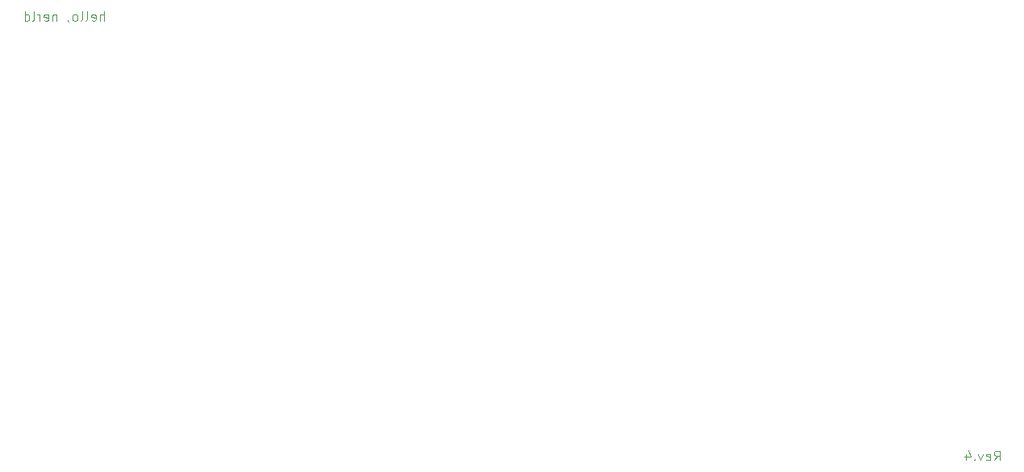
<source format=gbo>
G04 #@! TF.GenerationSoftware,KiCad,Pcbnew,8.0.5*
G04 #@! TF.CreationDate,2025-01-19T00:54:09+09:00*
G04 #@! TF.ProjectId,NERD-HPC_CASE_F,4e455244-2d48-4504-935f-434153455f46,rev?*
G04 #@! TF.SameCoordinates,Original*
G04 #@! TF.FileFunction,Legend,Bot*
G04 #@! TF.FilePolarity,Positive*
%FSLAX46Y46*%
G04 Gerber Fmt 4.6, Leading zero omitted, Abs format (unit mm)*
G04 Created by KiCad (PCBNEW 8.0.5) date 2025-01-19 00:54:09*
%MOMM*%
%LPD*%
G01*
G04 APERTURE LIST*
%ADD10C,0.100000*%
%ADD11C,4.000000*%
%ADD12C,3.200000*%
G04 APERTURE END LIST*
D10*
X101142857Y-83672419D02*
X101142857Y-82672419D01*
X100714286Y-83672419D02*
X100714286Y-83148609D01*
X100714286Y-83148609D02*
X100761905Y-83053371D01*
X100761905Y-83053371D02*
X100857143Y-83005752D01*
X100857143Y-83005752D02*
X101000000Y-83005752D01*
X101000000Y-83005752D02*
X101095238Y-83053371D01*
X101095238Y-83053371D02*
X101142857Y-83100990D01*
X99857143Y-83624800D02*
X99952381Y-83672419D01*
X99952381Y-83672419D02*
X100142857Y-83672419D01*
X100142857Y-83672419D02*
X100238095Y-83624800D01*
X100238095Y-83624800D02*
X100285714Y-83529561D01*
X100285714Y-83529561D02*
X100285714Y-83148609D01*
X100285714Y-83148609D02*
X100238095Y-83053371D01*
X100238095Y-83053371D02*
X100142857Y-83005752D01*
X100142857Y-83005752D02*
X99952381Y-83005752D01*
X99952381Y-83005752D02*
X99857143Y-83053371D01*
X99857143Y-83053371D02*
X99809524Y-83148609D01*
X99809524Y-83148609D02*
X99809524Y-83243847D01*
X99809524Y-83243847D02*
X100285714Y-83339085D01*
X99238095Y-83672419D02*
X99333333Y-83624800D01*
X99333333Y-83624800D02*
X99380952Y-83529561D01*
X99380952Y-83529561D02*
X99380952Y-82672419D01*
X98714285Y-83672419D02*
X98809523Y-83624800D01*
X98809523Y-83624800D02*
X98857142Y-83529561D01*
X98857142Y-83529561D02*
X98857142Y-82672419D01*
X98190475Y-83672419D02*
X98285713Y-83624800D01*
X98285713Y-83624800D02*
X98333332Y-83577180D01*
X98333332Y-83577180D02*
X98380951Y-83481942D01*
X98380951Y-83481942D02*
X98380951Y-83196228D01*
X98380951Y-83196228D02*
X98333332Y-83100990D01*
X98333332Y-83100990D02*
X98285713Y-83053371D01*
X98285713Y-83053371D02*
X98190475Y-83005752D01*
X98190475Y-83005752D02*
X98047618Y-83005752D01*
X98047618Y-83005752D02*
X97952380Y-83053371D01*
X97952380Y-83053371D02*
X97904761Y-83100990D01*
X97904761Y-83100990D02*
X97857142Y-83196228D01*
X97857142Y-83196228D02*
X97857142Y-83481942D01*
X97857142Y-83481942D02*
X97904761Y-83577180D01*
X97904761Y-83577180D02*
X97952380Y-83624800D01*
X97952380Y-83624800D02*
X98047618Y-83672419D01*
X98047618Y-83672419D02*
X98190475Y-83672419D01*
X97380951Y-83624800D02*
X97380951Y-83672419D01*
X97380951Y-83672419D02*
X97428570Y-83767657D01*
X97428570Y-83767657D02*
X97476189Y-83815276D01*
X96190475Y-83005752D02*
X96190475Y-83672419D01*
X96190475Y-83100990D02*
X96142856Y-83053371D01*
X96142856Y-83053371D02*
X96047618Y-83005752D01*
X96047618Y-83005752D02*
X95904761Y-83005752D01*
X95904761Y-83005752D02*
X95809523Y-83053371D01*
X95809523Y-83053371D02*
X95761904Y-83148609D01*
X95761904Y-83148609D02*
X95761904Y-83672419D01*
X94904761Y-83624800D02*
X94999999Y-83672419D01*
X94999999Y-83672419D02*
X95190475Y-83672419D01*
X95190475Y-83672419D02*
X95285713Y-83624800D01*
X95285713Y-83624800D02*
X95333332Y-83529561D01*
X95333332Y-83529561D02*
X95333332Y-83148609D01*
X95333332Y-83148609D02*
X95285713Y-83053371D01*
X95285713Y-83053371D02*
X95190475Y-83005752D01*
X95190475Y-83005752D02*
X94999999Y-83005752D01*
X94999999Y-83005752D02*
X94904761Y-83053371D01*
X94904761Y-83053371D02*
X94857142Y-83148609D01*
X94857142Y-83148609D02*
X94857142Y-83243847D01*
X94857142Y-83243847D02*
X95333332Y-83339085D01*
X94428570Y-83672419D02*
X94428570Y-83005752D01*
X94428570Y-83196228D02*
X94380951Y-83100990D01*
X94380951Y-83100990D02*
X94333332Y-83053371D01*
X94333332Y-83053371D02*
X94238094Y-83005752D01*
X94238094Y-83005752D02*
X94142856Y-83005752D01*
X93666665Y-83672419D02*
X93761903Y-83624800D01*
X93761903Y-83624800D02*
X93809522Y-83529561D01*
X93809522Y-83529561D02*
X93809522Y-82672419D01*
X92857141Y-83672419D02*
X92857141Y-82672419D01*
X92857141Y-83624800D02*
X92952379Y-83672419D01*
X92952379Y-83672419D02*
X93142855Y-83672419D01*
X93142855Y-83672419D02*
X93238093Y-83624800D01*
X93238093Y-83624800D02*
X93285712Y-83577180D01*
X93285712Y-83577180D02*
X93333331Y-83481942D01*
X93333331Y-83481942D02*
X93333331Y-83196228D01*
X93333331Y-83196228D02*
X93285712Y-83100990D01*
X93285712Y-83100990D02*
X93238093Y-83053371D01*
X93238093Y-83053371D02*
X93142855Y-83005752D01*
X93142855Y-83005752D02*
X92952379Y-83005752D01*
X92952379Y-83005752D02*
X92857141Y-83053371D01*
X194624687Y-129872419D02*
X194958020Y-129396228D01*
X195196115Y-129872419D02*
X195196115Y-128872419D01*
X195196115Y-128872419D02*
X194815163Y-128872419D01*
X194815163Y-128872419D02*
X194719925Y-128920038D01*
X194719925Y-128920038D02*
X194672306Y-128967657D01*
X194672306Y-128967657D02*
X194624687Y-129062895D01*
X194624687Y-129062895D02*
X194624687Y-129205752D01*
X194624687Y-129205752D02*
X194672306Y-129300990D01*
X194672306Y-129300990D02*
X194719925Y-129348609D01*
X194719925Y-129348609D02*
X194815163Y-129396228D01*
X194815163Y-129396228D02*
X195196115Y-129396228D01*
X193815163Y-129824800D02*
X193910401Y-129872419D01*
X193910401Y-129872419D02*
X194100877Y-129872419D01*
X194100877Y-129872419D02*
X194196115Y-129824800D01*
X194196115Y-129824800D02*
X194243734Y-129729561D01*
X194243734Y-129729561D02*
X194243734Y-129348609D01*
X194243734Y-129348609D02*
X194196115Y-129253371D01*
X194196115Y-129253371D02*
X194100877Y-129205752D01*
X194100877Y-129205752D02*
X193910401Y-129205752D01*
X193910401Y-129205752D02*
X193815163Y-129253371D01*
X193815163Y-129253371D02*
X193767544Y-129348609D01*
X193767544Y-129348609D02*
X193767544Y-129443847D01*
X193767544Y-129443847D02*
X194243734Y-129539085D01*
X193434210Y-129205752D02*
X193196115Y-129872419D01*
X193196115Y-129872419D02*
X192958020Y-129205752D01*
X192577067Y-129777180D02*
X192529448Y-129824800D01*
X192529448Y-129824800D02*
X192577067Y-129872419D01*
X192577067Y-129872419D02*
X192624686Y-129824800D01*
X192624686Y-129824800D02*
X192577067Y-129777180D01*
X192577067Y-129777180D02*
X192577067Y-129872419D01*
X191672306Y-129205752D02*
X191672306Y-129872419D01*
X191910401Y-128824800D02*
X192148496Y-129539085D01*
X192148496Y-129539085D02*
X191529449Y-129539085D01*
%LPC*%
D11*
X191566000Y-95204000D03*
X75742000Y-118064000D03*
X143306000Y-110444000D03*
X95046000Y-87584000D03*
X143306000Y-87584000D03*
X172262000Y-110444000D03*
X172262000Y-95204000D03*
X201218000Y-102824000D03*
D12*
X203000000Y-128000000D03*
D11*
X181914000Y-118064000D03*
X85394000Y-118064000D03*
X114350000Y-102824000D03*
X201218000Y-95204000D03*
X201218000Y-87584000D03*
X162610000Y-110444000D03*
X124002000Y-95204000D03*
X162610000Y-118064000D03*
X152958000Y-118064000D03*
X191566000Y-87584000D03*
X104698000Y-87584000D03*
D12*
X203000000Y-64000000D03*
D11*
X172262000Y-87584000D03*
X162610000Y-95204000D03*
X114350000Y-110444000D03*
X85394000Y-95204000D03*
X104698000Y-118064000D03*
X75742000Y-110444000D03*
X85394000Y-110444000D03*
X133654000Y-95204000D03*
D12*
X74000000Y-128000000D03*
D11*
X133654000Y-110444000D03*
X95046000Y-95204000D03*
X201218000Y-118064000D03*
D12*
X74000000Y-64000000D03*
D11*
X104698000Y-95204000D03*
X133654000Y-87584000D03*
X172262000Y-102824000D03*
X124002000Y-118064000D03*
X85394000Y-102824000D03*
X162610000Y-87584000D03*
X191566000Y-118064000D03*
X75742000Y-87584000D03*
X114350000Y-87584000D03*
X75742000Y-95204000D03*
X191566000Y-110444000D03*
X124002000Y-102824000D03*
X75742000Y-102824000D03*
X201218000Y-79964000D03*
X162610000Y-102824000D03*
X162610000Y-75392000D03*
X181914000Y-102824000D03*
X152958000Y-110444000D03*
X143306000Y-102824000D03*
X152958000Y-87584000D03*
X152958000Y-102824000D03*
X143306000Y-118064000D03*
X124002000Y-110444000D03*
X85394000Y-87584000D03*
X104698000Y-110444000D03*
X181914000Y-87584000D03*
X95046000Y-110444000D03*
X143306000Y-95204000D03*
X133654000Y-102824000D03*
X95046000Y-102824000D03*
X181914000Y-95204000D03*
X152958000Y-95204000D03*
X133654000Y-75392000D03*
X162610000Y-67772000D03*
X104698000Y-102824000D03*
X114350000Y-95204000D03*
X124002000Y-87584000D03*
%LPD*%
M02*

</source>
